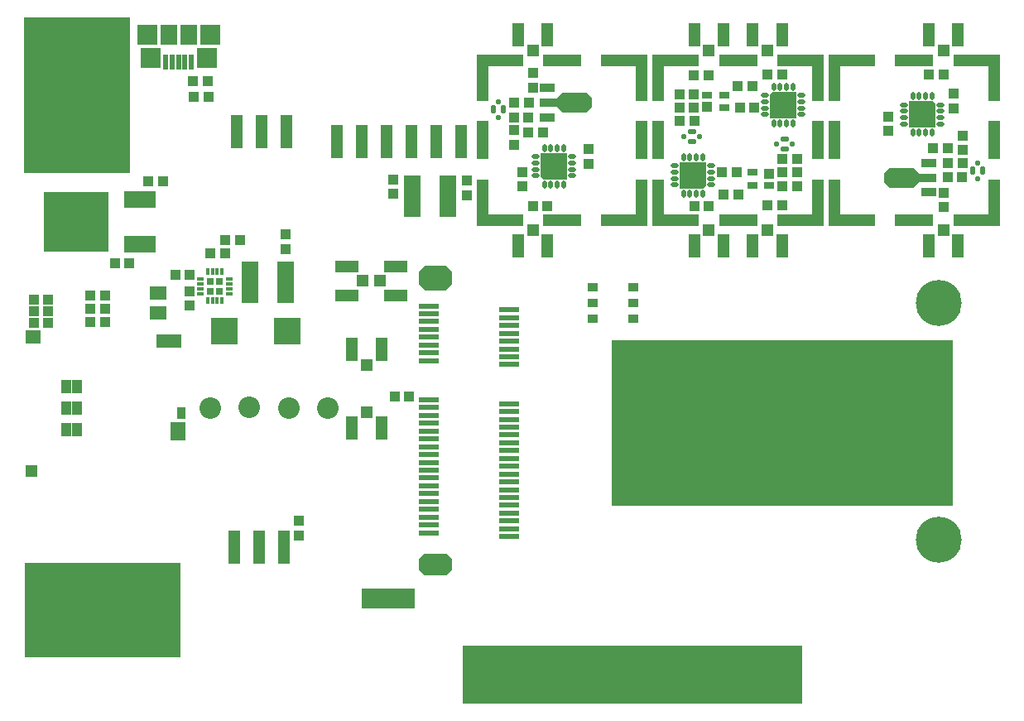
<source format=gts>
G04*
G04 #@! TF.GenerationSoftware,Altium Limited,Altium Designer,18.1.6 (161)*
G04*
G04 Layer_Color=8388736*
%FSLAX24Y24*%
%MOIN*%
G70*
G01*
G75*
%ADD27R,0.0315X0.0315*%
%ADD67R,0.4252X0.6299*%
%ADD68R,0.6309X0.3829*%
%ADD69R,0.0315X0.0315*%
%ADD70R,0.2165X0.0787*%
%ADD71R,1.3701X0.2352*%
%ADD72R,1.3780X0.6693*%
%ADD73R,0.0395X0.0395*%
%ADD74O,0.0276X0.0157*%
%ADD75O,0.0157X0.0276*%
%ADD76R,0.0680X0.0580*%
%ADD77R,0.0671X0.1655*%
%ADD78R,0.0356X0.1734*%
%ADD79R,0.0356X0.1340*%
%ADD80R,0.0395X0.0395*%
%ADD81O,0.0316X0.0218*%
%ADD82O,0.0218X0.0316*%
%ADD83R,0.0216X0.0609*%
%ADD84R,0.0827X0.0236*%
%ADD85R,0.0474X0.1340*%
%ADD86R,0.1261X0.0710*%
%ADD87R,0.2639X0.2442*%
%ADD88R,0.0946X0.0513*%
%ADD89R,0.0493X0.0474*%
%ADD90R,0.0671X0.0828*%
%ADD91R,0.0828X0.0828*%
%ADD92R,0.0474X0.1871*%
%ADD93R,0.1576X0.0474*%
%ADD94R,0.1871X0.0474*%
%ADD95R,0.0474X0.1576*%
%ADD96R,0.0395X0.0356*%
%ADD97R,0.0395X0.0552*%
%ADD98R,0.0631X0.0552*%
%ADD99R,0.1005X0.0552*%
%ADD100R,0.0336X0.0474*%
%ADD101R,0.0513X0.0474*%
%ADD102R,0.0592X0.0769*%
%ADD103R,0.0513X0.0946*%
%ADD104R,0.0474X0.0493*%
%ADD105R,0.1104X0.1104*%
%ADD106R,0.0611X0.0356*%
%ADD107R,0.0828X0.0356*%
G04:AMPARAMS|DCode=108|XSize=82.8mil|YSize=137.9mil|CornerRadius=0mil|HoleSize=0mil|Usage=FLASHONLY|Rotation=90.000|XOffset=0mil|YOffset=0mil|HoleType=Round|Shape=Octagon|*
%AMOCTAGOND108*
4,1,8,-0.0690,-0.0207,-0.0690,0.0207,-0.0483,0.0414,0.0483,0.0414,0.0690,0.0207,0.0690,-0.0207,0.0483,-0.0414,-0.0483,-0.0414,-0.0690,-0.0207,0.0*
%
%ADD108OCTAGOND108*%

%ADD109R,0.0395X0.0316*%
%ADD110R,0.0395X0.0434*%
G04:AMPARAMS|DCode=111|XSize=35.4mil|YSize=19.7mil|CornerRadius=5.9mil|HoleSize=0mil|Usage=FLASHONLY|Rotation=270.000|XOffset=0mil|YOffset=0mil|HoleType=Round|Shape=RoundedRectangle|*
%AMROUNDEDRECTD111*
21,1,0.0354,0.0079,0,0,270.0*
21,1,0.0236,0.0197,0,0,270.0*
1,1,0.0118,-0.0039,-0.0118*
1,1,0.0118,-0.0039,0.0118*
1,1,0.0118,0.0039,0.0118*
1,1,0.0118,0.0039,-0.0118*
%
%ADD111ROUNDEDRECTD111*%
G04:AMPARAMS|DCode=112|XSize=19.7mil|YSize=19.7mil|CornerRadius=5.9mil|HoleSize=0mil|Usage=FLASHONLY|Rotation=90.000|XOffset=0mil|YOffset=0mil|HoleType=Round|Shape=RoundedRectangle|*
%AMROUNDEDRECTD112*
21,1,0.0197,0.0079,0,0,90.0*
21,1,0.0079,0.0197,0,0,90.0*
1,1,0.0118,0.0039,0.0039*
1,1,0.0118,0.0039,-0.0039*
1,1,0.0118,-0.0039,-0.0039*
1,1,0.0118,-0.0039,0.0039*
%
%ADD112ROUNDEDRECTD112*%
G04:AMPARAMS|DCode=113|XSize=35.4mil|YSize=19.7mil|CornerRadius=5.9mil|HoleSize=0mil|Usage=FLASHONLY|Rotation=0.000|XOffset=0mil|YOffset=0mil|HoleType=Round|Shape=RoundedRectangle|*
%AMROUNDEDRECTD113*
21,1,0.0354,0.0079,0,0,0.0*
21,1,0.0236,0.0197,0,0,0.0*
1,1,0.0118,0.0118,-0.0039*
1,1,0.0118,-0.0118,-0.0039*
1,1,0.0118,-0.0118,0.0039*
1,1,0.0118,0.0118,0.0039*
%
%ADD113ROUNDEDRECTD113*%
G04:AMPARAMS|DCode=114|XSize=19.7mil|YSize=19.7mil|CornerRadius=5.9mil|HoleSize=0mil|Usage=FLASHONLY|Rotation=180.000|XOffset=0mil|YOffset=0mil|HoleType=Round|Shape=RoundedRectangle|*
%AMROUNDEDRECTD114*
21,1,0.0197,0.0079,0,0,180.0*
21,1,0.0079,0.0197,0,0,180.0*
1,1,0.0118,-0.0039,0.0039*
1,1,0.0118,0.0039,0.0039*
1,1,0.0118,0.0039,-0.0039*
1,1,0.0118,-0.0039,-0.0039*
%
%ADD114ROUNDEDRECTD114*%
G04:AMPARAMS|DCode=115|XSize=98.6mil|YSize=134mil|CornerRadius=0mil|HoleSize=0mil|Usage=FLASHONLY|Rotation=270.000|XOffset=0mil|YOffset=0mil|HoleType=Round|Shape=Octagon|*
%AMOCTAGOND115*
4,1,8,0.0670,0.0246,0.0670,-0.0246,0.0424,-0.0493,-0.0424,-0.0493,-0.0670,-0.0246,-0.0670,0.0246,-0.0424,0.0493,0.0424,0.0493,0.0670,0.0246,0.0*
%
%ADD115OCTAGOND115*%

G04:AMPARAMS|DCode=116|XSize=86.7mil|YSize=134mil|CornerRadius=0mil|HoleSize=0mil|Usage=FLASHONLY|Rotation=270.000|XOffset=0mil|YOffset=0mil|HoleType=Round|Shape=Octagon|*
%AMOCTAGOND116*
4,1,8,0.0670,0.0217,0.0670,-0.0217,0.0453,-0.0434,-0.0453,-0.0434,-0.0670,-0.0217,-0.0670,0.0217,-0.0453,0.0434,0.0453,0.0434,0.0670,0.0217,0.0*
%
%ADD116OCTAGOND116*%

%ADD117C,0.2049*%
%ADD118C,0.0867*%
%ADD119C,0.1852*%
G36*
X33661Y32835D02*
X32717D01*
X32598Y32953D01*
Y33898D01*
X33661D01*
Y32835D01*
D02*
G37*
G36*
X39262Y33524D02*
Y32579D01*
X39144Y32461D01*
X38199D01*
Y33524D01*
X39262D01*
D02*
G37*
G36*
X41841Y35295D02*
Y36240D01*
X41959Y36358D01*
X42904D01*
Y35295D01*
X41841D01*
D02*
G37*
G36*
X47441Y35984D02*
X48386D01*
X48504Y35866D01*
Y34921D01*
X47441D01*
Y35984D01*
D02*
G37*
G54D27*
X19675Y28730D02*
D03*
X19282Y28337D02*
D03*
G54D67*
X13937Y36220D02*
D03*
G54D68*
X14966Y15497D02*
D03*
G54D69*
X19282Y28730D02*
D03*
X19675Y28337D02*
D03*
G54D70*
X26476Y15945D02*
D03*
G54D71*
X36280Y12889D02*
D03*
G54D72*
X42323Y23031D02*
D03*
G54D73*
X18465Y27746D02*
D03*
Y28337D02*
D03*
X22874Y19075D02*
D03*
Y18484D02*
D03*
X26673Y32835D02*
D03*
Y32244D02*
D03*
X34528Y33455D02*
D03*
Y34045D02*
D03*
X46585Y35364D02*
D03*
Y34774D02*
D03*
X22323Y30620D02*
D03*
Y30030D02*
D03*
X29615Y32781D02*
D03*
Y32190D02*
D03*
X48819Y32303D02*
D03*
Y31713D02*
D03*
X32283Y36516D02*
D03*
Y37106D02*
D03*
X49587Y34596D02*
D03*
Y34006D02*
D03*
X31516Y34222D02*
D03*
Y34813D02*
D03*
X49232Y35689D02*
D03*
Y36280D02*
D03*
X31870Y33130D02*
D03*
Y32539D02*
D03*
G54D74*
X20059Y28238D02*
D03*
Y28435D02*
D03*
Y28632D02*
D03*
Y28829D02*
D03*
X18898D02*
D03*
Y28632D02*
D03*
Y28435D02*
D03*
Y28238D02*
D03*
G54D75*
X19774Y29114D02*
D03*
X19577D02*
D03*
X19380D02*
D03*
X19183D02*
D03*
Y27953D02*
D03*
X19380D02*
D03*
X19577D02*
D03*
X19774D02*
D03*
G54D76*
X17205Y28258D02*
D03*
Y27465D02*
D03*
G54D77*
X28848Y32146D02*
D03*
X27431D02*
D03*
X22323Y28681D02*
D03*
X20906D02*
D03*
G54D78*
X34902Y13189D02*
D03*
X36083D02*
D03*
X36476D02*
D03*
X35689D02*
D03*
X37264D02*
D03*
X35295D02*
D03*
X33720D02*
D03*
X33327D02*
D03*
X32146D02*
D03*
X31358D02*
D03*
X30965D02*
D03*
X32539D02*
D03*
X30571D02*
D03*
X31752D02*
D03*
X32933D02*
D03*
X30177D02*
D03*
X29783D02*
D03*
X42776D02*
D03*
X38445D02*
D03*
X38051D02*
D03*
X37657D02*
D03*
X39232D02*
D03*
X41988D02*
D03*
X41201D02*
D03*
X40413D02*
D03*
X39626D02*
D03*
X41594D02*
D03*
X38839D02*
D03*
X40020D02*
D03*
X40807D02*
D03*
G54D79*
X36870Y13386D02*
D03*
X42382D02*
D03*
G54D80*
X18622Y36171D02*
D03*
X19213D02*
D03*
X16793Y32756D02*
D03*
X17383D02*
D03*
X15453Y29449D02*
D03*
X16043D02*
D03*
X27303Y24094D02*
D03*
X26713D02*
D03*
X12185Y27992D02*
D03*
X12776D02*
D03*
Y27520D02*
D03*
X12185D02*
D03*
X12776Y27047D02*
D03*
X12185D02*
D03*
X32874Y31752D02*
D03*
X32283D02*
D03*
X39970Y32224D02*
D03*
X40561D02*
D03*
X38780Y31752D02*
D03*
X39370D02*
D03*
X48228Y37067D02*
D03*
X48819D02*
D03*
X41132Y36594D02*
D03*
X40541D02*
D03*
X42323Y37067D02*
D03*
X41732D02*
D03*
X38179Y36260D02*
D03*
X38770D02*
D03*
X42923Y32559D02*
D03*
X42333D02*
D03*
X49582Y33494D02*
D03*
X48991D02*
D03*
X31521Y35325D02*
D03*
X32111D02*
D03*
X20490Y30404D02*
D03*
X19900D02*
D03*
X19291Y29852D02*
D03*
X19882D02*
D03*
X18612Y36791D02*
D03*
X19203D02*
D03*
X18475Y28986D02*
D03*
X17885D02*
D03*
X15069Y27096D02*
D03*
X14478D02*
D03*
X15069Y27614D02*
D03*
X14478D02*
D03*
X15069Y28139D02*
D03*
X14478D02*
D03*
X38770Y37028D02*
D03*
X39360D02*
D03*
X42333Y31791D02*
D03*
X41742D02*
D03*
X38780Y35172D02*
D03*
X38189D02*
D03*
X42323Y33647D02*
D03*
X42913D02*
D03*
X38770Y35709D02*
D03*
X38179D02*
D03*
X42333Y33110D02*
D03*
X42923D02*
D03*
X48986Y32913D02*
D03*
X49577D02*
D03*
X32116Y35906D02*
D03*
X31526D02*
D03*
X48401Y34104D02*
D03*
X48991D02*
D03*
X32702Y34715D02*
D03*
X32111D02*
D03*
X41211Y35707D02*
D03*
X40620D02*
D03*
X39892Y33112D02*
D03*
X40482D02*
D03*
G54D81*
X41644Y36211D02*
D03*
Y35955D02*
D03*
Y35699D02*
D03*
Y35443D02*
D03*
X43100D02*
D03*
Y35699D02*
D03*
Y35955D02*
D03*
Y36211D02*
D03*
X38002Y32608D02*
D03*
Y32864D02*
D03*
Y33120D02*
D03*
Y33376D02*
D03*
X39459D02*
D03*
Y33120D02*
D03*
Y32864D02*
D03*
Y32608D02*
D03*
X48701Y35837D02*
D03*
Y35581D02*
D03*
Y35325D02*
D03*
Y35069D02*
D03*
X47244D02*
D03*
Y35325D02*
D03*
Y35581D02*
D03*
Y35837D02*
D03*
X32402Y32982D02*
D03*
Y33238D02*
D03*
Y33494D02*
D03*
Y33750D02*
D03*
X33858D02*
D03*
Y33494D02*
D03*
Y33238D02*
D03*
Y32982D02*
D03*
G54D82*
X41988Y35098D02*
D03*
X42244D02*
D03*
X42500D02*
D03*
X42756D02*
D03*
Y36555D02*
D03*
X42500D02*
D03*
X42244D02*
D03*
X41988D02*
D03*
X39114Y32264D02*
D03*
X38858D02*
D03*
X38602D02*
D03*
X38346D02*
D03*
Y33720D02*
D03*
X38602D02*
D03*
X38858D02*
D03*
X39114D02*
D03*
X48356Y34724D02*
D03*
X48100D02*
D03*
X47844D02*
D03*
X47589D02*
D03*
Y36181D02*
D03*
X47844D02*
D03*
X48100D02*
D03*
X48356D02*
D03*
X32746Y34094D02*
D03*
X33002D02*
D03*
X33258D02*
D03*
X33514D02*
D03*
Y32638D02*
D03*
X33258D02*
D03*
X33002D02*
D03*
X32746D02*
D03*
G54D83*
X18022Y37569D02*
D03*
X18278D02*
D03*
X18533D02*
D03*
X17766D02*
D03*
X17510D02*
D03*
G54D84*
X28110Y21437D02*
D03*
Y21752D02*
D03*
Y18917D02*
D03*
Y19232D02*
D03*
Y20177D02*
D03*
Y20492D02*
D03*
Y23957D02*
D03*
Y23642D02*
D03*
Y23327D02*
D03*
Y23012D02*
D03*
Y22697D02*
D03*
Y22382D02*
D03*
Y22067D02*
D03*
Y21122D02*
D03*
Y20807D02*
D03*
Y19862D02*
D03*
Y19547D02*
D03*
Y18602D02*
D03*
X31339Y18445D02*
D03*
Y18760D02*
D03*
Y19075D02*
D03*
Y19390D02*
D03*
Y19705D02*
D03*
Y20020D02*
D03*
Y20335D02*
D03*
Y20650D02*
D03*
Y20965D02*
D03*
Y21280D02*
D03*
Y21594D02*
D03*
Y21909D02*
D03*
Y22224D02*
D03*
Y22539D02*
D03*
Y22854D02*
D03*
Y23169D02*
D03*
Y23484D02*
D03*
Y23799D02*
D03*
Y25374D02*
D03*
Y25689D02*
D03*
Y26004D02*
D03*
Y26319D02*
D03*
Y26634D02*
D03*
Y26949D02*
D03*
Y27264D02*
D03*
Y27579D02*
D03*
X28110Y27736D02*
D03*
Y27421D02*
D03*
Y27106D02*
D03*
Y26791D02*
D03*
Y26476D02*
D03*
Y26161D02*
D03*
Y25846D02*
D03*
Y25531D02*
D03*
G54D85*
X20260Y18025D02*
D03*
X21260D02*
D03*
X22260D02*
D03*
X24390Y34341D02*
D03*
X25390D02*
D03*
X26390D02*
D03*
X28390D02*
D03*
X27390D02*
D03*
X29390D02*
D03*
X22378Y34754D02*
D03*
X21378D02*
D03*
X20378D02*
D03*
G54D86*
X16457Y32028D02*
D03*
Y30217D02*
D03*
G54D87*
X13898Y31122D02*
D03*
G54D88*
X26772Y29331D02*
D03*
Y28150D02*
D03*
X24803D02*
D03*
Y29331D02*
D03*
G54D89*
X26142Y28740D02*
D03*
X25433D02*
D03*
G54D90*
X18415Y38671D02*
D03*
X17628D02*
D03*
G54D91*
X19282D02*
D03*
X16762D02*
D03*
X16880Y37726D02*
D03*
X19163D02*
D03*
G54D92*
X36673Y31900D02*
D03*
X30256D02*
D03*
Y36919D02*
D03*
X36673D02*
D03*
X50846Y31900D02*
D03*
X44429D02*
D03*
Y36919D02*
D03*
X50846D02*
D03*
X43760Y31900D02*
D03*
X37343D02*
D03*
Y36919D02*
D03*
X43760D02*
D03*
G54D93*
X33465Y31201D02*
D03*
Y37618D02*
D03*
X47638Y31201D02*
D03*
Y37618D02*
D03*
X40551Y31201D02*
D03*
Y37618D02*
D03*
G54D94*
X35974Y31201D02*
D03*
X30955D02*
D03*
Y37618D02*
D03*
X35974D02*
D03*
X50148Y31201D02*
D03*
X45128D02*
D03*
Y37618D02*
D03*
X50148D02*
D03*
X43061Y31201D02*
D03*
X38041D02*
D03*
Y37618D02*
D03*
X43061D02*
D03*
G54D95*
X30256Y34409D02*
D03*
X36673D02*
D03*
X44429Y34409D02*
D03*
X50846D02*
D03*
X37343Y34409D02*
D03*
X43760D02*
D03*
G54D96*
X36339Y28484D02*
D03*
Y27854D02*
D03*
Y27224D02*
D03*
X34685Y27854D02*
D03*
Y27224D02*
D03*
Y28484D02*
D03*
G54D97*
X13504Y24484D02*
D03*
Y22760D02*
D03*
X13937Y23622D02*
D03*
Y22760D02*
D03*
Y24484D02*
D03*
X13504Y23622D02*
D03*
G54D98*
X12165Y26484D02*
D03*
G54D99*
X17628Y26327D02*
D03*
G54D100*
X18140Y23413D02*
D03*
G54D101*
X12106Y21091D02*
D03*
G54D102*
X18012Y22677D02*
D03*
G54D103*
X25000Y25984D02*
D03*
X26181D02*
D03*
Y22835D02*
D03*
X25000D02*
D03*
X48228Y30157D02*
D03*
X49409D02*
D03*
X32874Y38661D02*
D03*
X31693D02*
D03*
X39961Y38661D02*
D03*
X38780D02*
D03*
X41142Y30157D02*
D03*
X42323D02*
D03*
X49409Y38661D02*
D03*
X48228D02*
D03*
X31693Y30157D02*
D03*
X32874D02*
D03*
X42323Y38661D02*
D03*
X41142D02*
D03*
X38780Y30157D02*
D03*
X39961D02*
D03*
G54D104*
X25591Y25354D02*
D03*
Y23465D02*
D03*
X48819Y30787D02*
D03*
X32283Y38031D02*
D03*
X39370Y38031D02*
D03*
X41732Y30787D02*
D03*
X48819Y38031D02*
D03*
X32283Y30787D02*
D03*
X41732Y38031D02*
D03*
X39370Y30787D02*
D03*
G54D105*
X22382Y26713D02*
D03*
X19862D02*
D03*
G54D106*
X48233Y33494D02*
D03*
Y32313D02*
D03*
X32869Y35325D02*
D03*
Y36506D02*
D03*
G54D107*
X48125Y32904D02*
D03*
X32977Y35915D02*
D03*
G54D108*
X47141Y32904D02*
D03*
X33962Y35915D02*
D03*
G54D109*
X39980Y36220D02*
D03*
Y35709D02*
D03*
X39311Y36220D02*
D03*
X41122Y32598D02*
D03*
Y33110D02*
D03*
X41791Y32598D02*
D03*
G54D110*
X39311Y35748D02*
D03*
X41791Y33071D02*
D03*
G54D111*
X50394Y33179D02*
D03*
X50000D02*
D03*
X30709Y35640D02*
D03*
X31102D02*
D03*
G54D112*
X50197Y32864D02*
D03*
Y33494D02*
D03*
X30906Y35955D02*
D03*
Y35325D02*
D03*
G54D113*
X38686Y34756D02*
D03*
Y34363D02*
D03*
X42416Y34062D02*
D03*
Y34456D02*
D03*
G54D114*
X39001Y34560D02*
D03*
X38371D02*
D03*
X42101Y34259D02*
D03*
X42731D02*
D03*
G54D115*
X28346Y28858D02*
D03*
G54D116*
Y17323D02*
D03*
G54D117*
X14764Y36713D02*
D03*
X14764Y34390D02*
D03*
Y15492D02*
D03*
G54D118*
X20866Y23642D02*
D03*
X22461Y23632D02*
D03*
X19291Y23622D02*
D03*
X24016D02*
D03*
G54D119*
X48642Y27854D02*
D03*
X48642Y18327D02*
D03*
M02*

</source>
